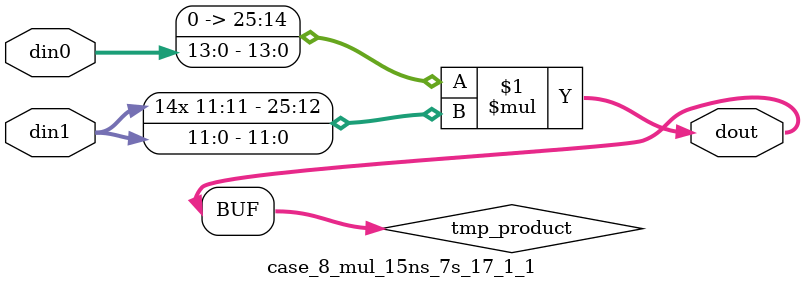
<source format=v>

`timescale 1 ns / 1 ps

 (* use_dsp = "no" *)  module case_8_mul_15ns_7s_17_1_1(din0, din1, dout);
parameter ID = 1;
parameter NUM_STAGE = 0;
parameter din0_WIDTH = 14;
parameter din1_WIDTH = 12;
parameter dout_WIDTH = 26;

input [din0_WIDTH - 1 : 0] din0; 
input [din1_WIDTH - 1 : 0] din1; 
output [dout_WIDTH - 1 : 0] dout;

wire signed [dout_WIDTH - 1 : 0] tmp_product;

























assign tmp_product = $signed({1'b0, din0}) * $signed(din1);










assign dout = tmp_product;





















endmodule

</source>
